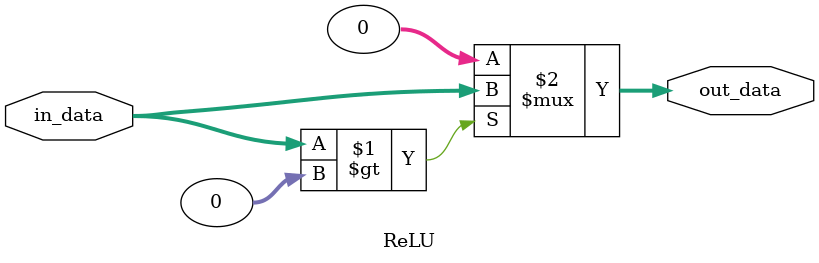
<source format=v>
module ReLU
#(
    parameter DATA_WIDTH = 32 
)
(
    input signed [DATA_WIDTH-1:0] in_data,
    output [DATA_WIDTH-1:0] out_data
);

assign out_data = in_data > 0 ? in_data : 0;

endmodule
</source>
